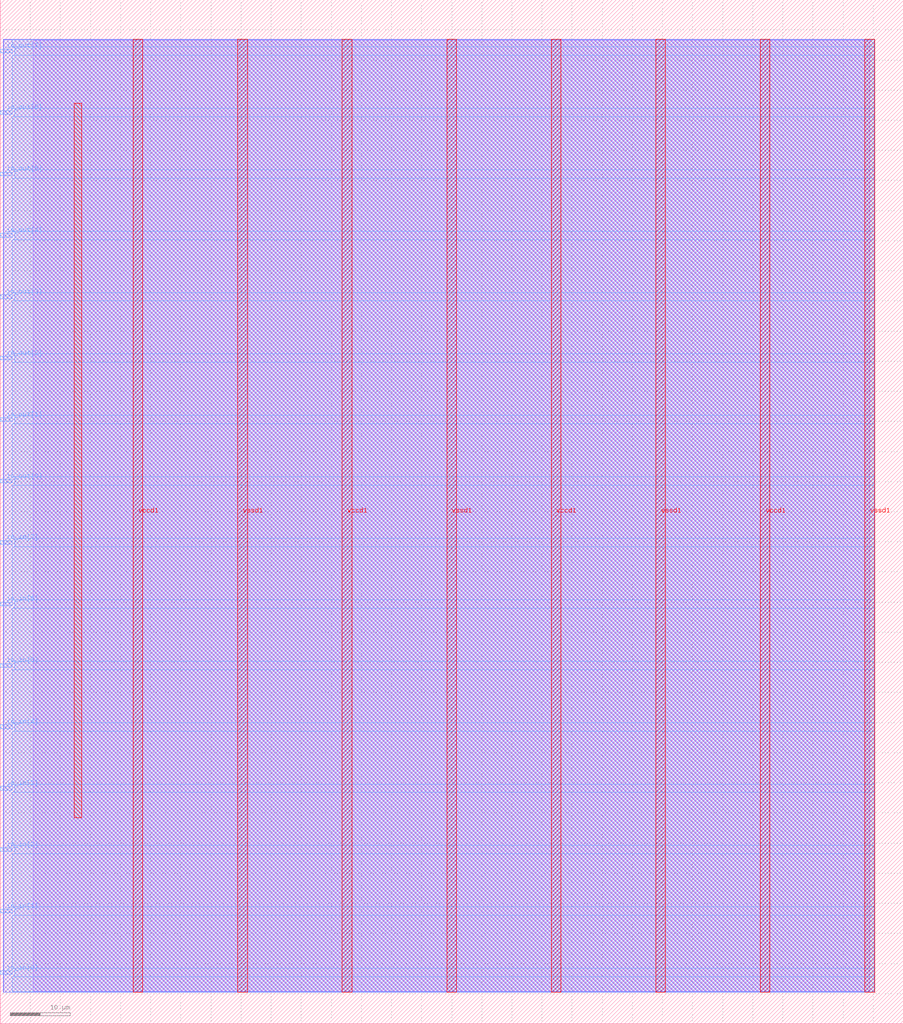
<source format=lef>
VERSION 5.7 ;
  NOWIREEXTENSIONATPIN ON ;
  DIVIDERCHAR "/" ;
  BUSBITCHARS "[]" ;
MACRO user_module_362208154278843393
  CLASS BLOCK ;
  FOREIGN user_module_362208154278843393 ;
  ORIGIN 0.000 0.000 ;
  SIZE 150.000 BY 170.000 ;
  PIN io_in[0]
    DIRECTION INPUT ;
    USE SIGNAL ;
    PORT
      LAYER met3 ;
        RECT 0.000 8.200 2.000 8.800 ;
    END
  END io_in[0]
  PIN io_in[1]
    DIRECTION INPUT ;
    USE SIGNAL ;
    PORT
      LAYER met3 ;
        RECT 0.000 18.400 2.000 19.000 ;
    END
  END io_in[1]
  PIN io_in[2]
    DIRECTION INPUT ;
    USE SIGNAL ;
    PORT
      LAYER met3 ;
        RECT 0.000 28.600 2.000 29.200 ;
    END
  END io_in[2]
  PIN io_in[3]
    DIRECTION INPUT ;
    USE SIGNAL ;
    PORT
      LAYER met3 ;
        RECT 0.000 38.800 2.000 39.400 ;
    END
  END io_in[3]
  PIN io_in[4]
    DIRECTION INPUT ;
    USE SIGNAL ;
    PORT
      LAYER met3 ;
        RECT 0.000 49.000 2.000 49.600 ;
    END
  END io_in[4]
  PIN io_in[5]
    DIRECTION INPUT ;
    USE SIGNAL ;
    PORT
      LAYER met3 ;
        RECT 0.000 59.200 2.000 59.800 ;
    END
  END io_in[5]
  PIN io_in[6]
    DIRECTION INPUT ;
    USE SIGNAL ;
    PORT
      LAYER met3 ;
        RECT 0.000 69.400 2.000 70.000 ;
    END
  END io_in[6]
  PIN io_in[7]
    DIRECTION INPUT ;
    USE SIGNAL ;
    PORT
      LAYER met3 ;
        RECT 0.000 79.600 2.000 80.200 ;
    END
  END io_in[7]
  PIN io_out[0]
    DIRECTION OUTPUT TRISTATE ;
    USE SIGNAL ;
    PORT
      LAYER met3 ;
        RECT 0.000 89.800 2.000 90.400 ;
    END
  END io_out[0]
  PIN io_out[1]
    DIRECTION OUTPUT TRISTATE ;
    USE SIGNAL ;
    PORT
      LAYER met3 ;
        RECT 0.000 100.000 2.000 100.600 ;
    END
  END io_out[1]
  PIN io_out[2]
    DIRECTION OUTPUT TRISTATE ;
    USE SIGNAL ;
    PORT
      LAYER met3 ;
        RECT 0.000 110.200 2.000 110.800 ;
    END
  END io_out[2]
  PIN io_out[3]
    DIRECTION OUTPUT TRISTATE ;
    USE SIGNAL ;
    PORT
      LAYER met3 ;
        RECT 0.000 120.400 2.000 121.000 ;
    END
  END io_out[3]
  PIN io_out[4]
    DIRECTION OUTPUT TRISTATE ;
    USE SIGNAL ;
    PORT
      LAYER met3 ;
        RECT 0.000 130.600 2.000 131.200 ;
    END
  END io_out[4]
  PIN io_out[5]
    DIRECTION OUTPUT TRISTATE ;
    USE SIGNAL ;
    PORT
      LAYER met3 ;
        RECT 0.000 140.800 2.000 141.400 ;
    END
  END io_out[5]
  PIN io_out[6]
    DIRECTION OUTPUT TRISTATE ;
    USE SIGNAL ;
    PORT
      LAYER met3 ;
        RECT 0.000 151.000 2.000 151.600 ;
    END
  END io_out[6]
  PIN io_out[7]
    DIRECTION OUTPUT TRISTATE ;
    USE SIGNAL ;
    PORT
      LAYER met3 ;
        RECT 0.000 161.200 2.000 161.800 ;
    END
  END io_out[7]
  PIN vccd1
    DIRECTION INOUT ;
    USE POWER ;
    PORT
      LAYER met4 ;
        RECT 22.085 5.200 23.685 163.440 ;
    END
    PORT
      LAYER met4 ;
        RECT 56.815 5.200 58.415 163.440 ;
    END
    PORT
      LAYER met4 ;
        RECT 91.545 5.200 93.145 163.440 ;
    END
    PORT
      LAYER met4 ;
        RECT 126.275 5.200 127.875 163.440 ;
    END
  END vccd1
  PIN vssd1
    DIRECTION INOUT ;
    USE GROUND ;
    PORT
      LAYER met4 ;
        RECT 39.450 5.200 41.050 163.440 ;
    END
    PORT
      LAYER met4 ;
        RECT 74.180 5.200 75.780 163.440 ;
    END
    PORT
      LAYER met4 ;
        RECT 108.910 5.200 110.510 163.440 ;
    END
    PORT
      LAYER met4 ;
        RECT 143.640 5.200 145.240 163.440 ;
    END
  END vssd1
  OBS
      LAYER li1 ;
        RECT 5.520 5.355 144.440 163.285 ;
      LAYER met1 ;
        RECT 0.530 5.200 145.240 163.440 ;
      LAYER met2 ;
        RECT 0.560 5.255 145.210 163.385 ;
      LAYER met3 ;
        RECT 2.000 162.200 145.230 163.365 ;
        RECT 2.400 160.800 145.230 162.200 ;
        RECT 2.000 152.000 145.230 160.800 ;
        RECT 2.400 150.600 145.230 152.000 ;
        RECT 2.000 141.800 145.230 150.600 ;
        RECT 2.400 140.400 145.230 141.800 ;
        RECT 2.000 131.600 145.230 140.400 ;
        RECT 2.400 130.200 145.230 131.600 ;
        RECT 2.000 121.400 145.230 130.200 ;
        RECT 2.400 120.000 145.230 121.400 ;
        RECT 2.000 111.200 145.230 120.000 ;
        RECT 2.400 109.800 145.230 111.200 ;
        RECT 2.000 101.000 145.230 109.800 ;
        RECT 2.400 99.600 145.230 101.000 ;
        RECT 2.000 90.800 145.230 99.600 ;
        RECT 2.400 89.400 145.230 90.800 ;
        RECT 2.000 80.600 145.230 89.400 ;
        RECT 2.400 79.200 145.230 80.600 ;
        RECT 2.000 70.400 145.230 79.200 ;
        RECT 2.400 69.000 145.230 70.400 ;
        RECT 2.000 60.200 145.230 69.000 ;
        RECT 2.400 58.800 145.230 60.200 ;
        RECT 2.000 50.000 145.230 58.800 ;
        RECT 2.400 48.600 145.230 50.000 ;
        RECT 2.000 39.800 145.230 48.600 ;
        RECT 2.400 38.400 145.230 39.800 ;
        RECT 2.000 29.600 145.230 38.400 ;
        RECT 2.400 28.200 145.230 29.600 ;
        RECT 2.000 19.400 145.230 28.200 ;
        RECT 2.400 18.000 145.230 19.400 ;
        RECT 2.000 9.200 145.230 18.000 ;
        RECT 2.400 7.800 145.230 9.200 ;
        RECT 2.000 5.275 145.230 7.800 ;
      LAYER met4 ;
        RECT 12.255 34.175 13.505 152.825 ;
  END
END user_module_362208154278843393
END LIBRARY


</source>
